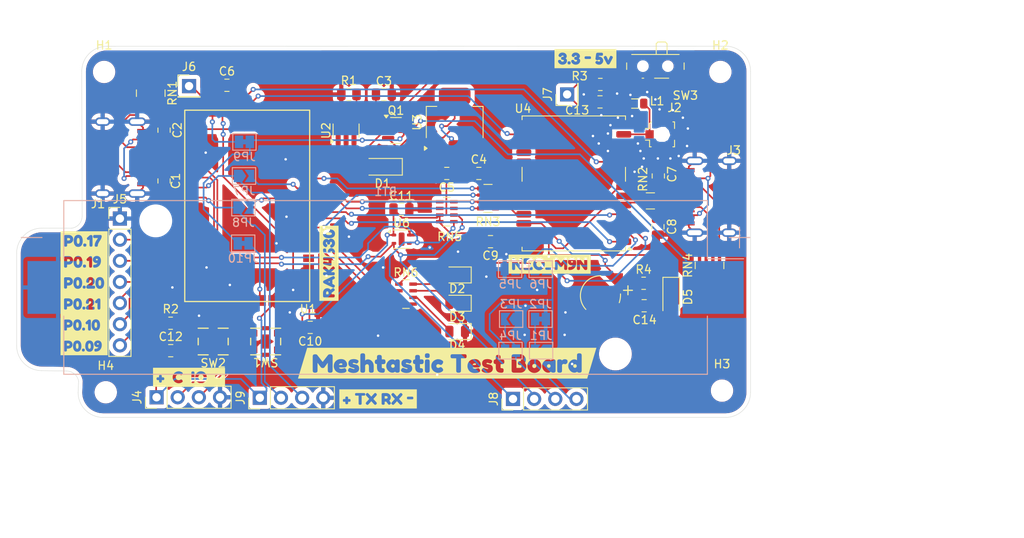
<source format=kicad_pcb>
(kicad_pcb (version 20240108) (generator "pcbnew") (generator_version "8.0")
  (layers (0 "F.Cu" signal) (31 "B.Cu" signal) (34 "B.Paste" user) (35 "F.Paste" user) (36 "B.SilkS" user "B.Silkscreen") (37 "F.SilkS" user "F.Silkscreen") (38 "B.Mask" user) (39 "F.Mask" user) (44 "Edge.Cuts" user))
  (net 0 "")
  (net 1 "VSS")
  (net 2 "Batt")
  (net 3 "/D+")
  (net 4 "/D-")
  (net 5 "+5V")
  (net 6 "Net-(D1-K)")
  (net 7 "VCC")
  (net 8 "GPS_D+")
  (net 9 "GPS_D-")
  (net 10 "Net-(D2-A)")
  (net 11 "Net-(D3-A)")
  (net 12 "Net-(D4-A)")
  (net 14 "Net-(J1-CC2)")
  (net 15 "Net-(J1-CC1)")
  (net 17 "Net-(J2-In)")
  (net 20 "Net-(J3-CC1)")
  (net 21 "Net-(J3-CC2)")
  (net 22 "SWDCLK")
  (net 23 "SWDIO")
  (net 24 "P0.20")
  (net 25 "P0.21")
  (net 26 "P0.09")
  (net 27 "P0.19")
  (net 28 "P0.17")
  (net 29 "P0.10")
  (net 30 "Net-(J6-Pin_1)")
  (net 31 "Net-(J7-Pin_1)")
  (net 32 "Net-(J8-Pin_3)")
  (net 33 "SCL")
  (net 34 "Net-(J8-Pin_4)")
  (net 35 "SDA")
  (net 36 "TX")
  (net 37 "RX")
  (net 38 "Data_Sel")
  (net 39 "/TX{slash}MISO")
  (net 40 "/RX{slash}MOSI")
  (net 41 "Net-(U2-PROG)")
  (net 44 "Net-(RN2-R2.1)")
  (net 45 "Net-(RN2-R1.1)")
  (net 46 "Net-(RN3-R2.1)")
  (net 47 "/SCL{slash}CLK")
  (net 48 "Net-(RN3-R3.1)")
  (net 49 "Net-(RN3-R4.1)")
  (net 50 "/SDA{slash}CS")
  (net 51 "Net-(RN3-R1.1)")
  (net 58 "Timepulse")
  (net 59 "LED2")
  (net 61 "LED1")
  (net 63 "Net-(SW1-A)")
  (net 64 "Net-(SW2-A)")
  (net 65 "LND_EN")
  (net 66 "SAFEBOOT")
  (net 67 "EXTINT")
  (net 68 "RESET")
  (net 74 "Charge_Status")
  (net 83 "Net-(SW2-B)")
  (net 84 "Net-(C13-Pad1)")
  (net 85 "Net-(JP10-B)")
  (net 86 "Net-(SW3-B)")
  (net 87 "Net-(BT2-+)")
  (net 88 "Net-(D5-K)")
  (footprint "Package_TO_SOT_SMD:SOT-223-3_TabPin2" (layer "F.Cu") (at 157.6 125.15 90)
    (property "Reference" "U3")
    (property "Value" "TLV1117-33")
  )
  (footprint "Resistor_SMD:R_Array_Convex_4x0603" (layer "F.Cu") (at 161.6 134.3 180)
    (property "Reference" "RN3")
    (property "Value" "33")
  )
  (footprint "UL_USB:USB_C_Receptical-Jing" (layer "F.Cu") (at 186.4125 134.1 90)
    (property "Reference" "J3")
    (property "Value" "USB_C_Receptacle")
  )
  (footprint "Resistor_SMD:R_Array_Concave_4x0603" (layer "F.Cu") (at 121.1 121.65 -90)
    (property "Reference" "RN1")
    (property "Value" "5.1k")
  )
  (footprint "Button_Switch_SMD:SW_SPDT_PCM12" (layer "F.Cu") (at 181.7 118.73 180)
    (property "Reference" "SW3")
    (property "Value" "SW_SPDT")
  )
  (footprint "UL_Buttons:TS3315A" (layer "F.Cu") (at 128.6 151.5)
    (property "Reference" "SW2")
    (property "Value" "SW_SPST")
  )
  (footprint "Capacitor_SMD:C_0805_2012Metric" (layer "F.Cu") (at 140.25 149.8 180)
    (property "Reference" "C10")
    (property "Value" "100nF")
  )
  (footprint "kibuzzard-665A1BDF" (layer "F.Cu") (at 156.7 154.1)
    (property "Reference" "kibuzzard-665A1BDF" (hide yes))
    (property "Value" "G***" (hide yes))
  )
  (footprint "UL_USB:USB_C_Receptical-Jing" (layer "F.Cu") (at 119.4725 129.395 -90)
    (property "Reference" "J1")
    (property "Value" "USB_C_Receptacle")
  )
  (footprint "MountingHole:MountingHole_2.2mm_M2" (layer "F.Cu") (at 115.7 157.6)
    (property "Reference" "H4")
    (property "Value" "MountingHole")
  )
  (footprint "Resistor_SMD:R_0805_2012Metric" (layer "F.Cu") (at 175.0875 120.6 180)
    (property "Reference" "R3")
    (property "Value" "10")
  )
  (footprint "Resistor_SMD:R_0805_2012Metric" (layer "F.Cu") (at 123.4875 149.3 180)
    (property "Reference" "R2")
    (property "Value" "10k")
  )
  (footprint "LED_SMD:LED_0805_2012Metric" (layer "F.Cu") (at 157.9 150.3 180)
    (property "Reference" "D4")
    (property "Value" "LED_Small")
  )
  (footprint "Resistor_SMD:R_Array_Concave_4x0603" (layer "F.Cu") (at 188.2 142.35 90)
    (property "Reference" "RN4")
    (property "Value" "5.1k")
  )
  (footprint "Connector_PinHeader_2.54mm:PinHeader_1x07_P2.54mm_Vertical" (layer "F.Cu") (at 117.4 136.72)
    (property "Reference" "J5")
    (property "Value" "Conn_01x07")
  )
  (footprint "Capacitor_SMD:C_0805_2012Metric" (layer "F.Cu") (at 149.095 121.8 180)
    (property "Reference" "C3")
    (property "Value" "22uF")
  )
  (footprint "kibuzzard-665A1D5A" (layer "F.Cu") (at 142.5 142.1 90)
    (property "Reference" "kibuzzard-665A1D5A" (hide yes))
    (property "Value" "G***" (hide yes))
  )
  (footprint "Sensor_Humidity:Sensirion_DFN-4-1EP_2x2mm_P1mm_EP0.7x1.6mm" (layer "F.Cu") (at 151.225 139.2)
    (property "Reference" "U6")
    (property "Value" "SHTC3")
  )
  (footprint "Capacitor_SMD:C_0805_2012Metric" (layer "F.Cu") (at 175.05 122.7 180)
    (property "Reference" "C13")
    (property "Value" "100nF")
  )
  (footprint "Resistor_SMD:R_0805_2012Metric" (layer "F.Cu") (at 180.2875 144.5)
    (property "Reference" "R4")
    (property "Value" "1k")
  )
  (footprint "Inductor_SMD:L_0805_2012Metric" (layer "F.Cu") (at 179.2375 122.9 180)
    (property "Reference" "L1")
    (property "Value" "27nH")
  )
  (footprint "Resistor_SMD:R_Array_Concave_4x0603" (layer "F.Cu") (at 151.75 145.8)
    (property "Reference" "RN6")
    (property "Value" "5.1k")
  )
  (footprint "UE-Battery:SEIKO_ML414H_IV01E" (layer "F.Cu") (at 175.1 146)
    (property "Reference" "BT2" (hide yes))
    (property "Value" "Battery_Cell")
  )
  (footprint "Capacitor_SMD:C_0805_2012Metric" (layer "F.Cu") (at 182.05 131.6 90)
    (property "Reference" "C7")
    (property "Value" "TBD")
  )
  (footprint "Connector_PinHeader_2.54mm:PinHeader_1x01_P2.54mm_Vertical" (layer "F.Cu") (at 125.7 120.8)
    (property "Reference" "J6")
    (property "Value" "Bodge")
  )
  (footprint "Resistor_SMD:R_Array_Convex_2x0603" (layer "F.Cu") (at 181.1 134.6)
    (property "Reference" "RN2")
    (property "Value" "27")
  )
  (footprint "MountingHole:MountingHole_2.2mm_M2" (layer "F.Cu") (at 115.5 119.1)
    (property "Reference" "H1")
    (property "Value" "MountingHole")
  )
  (footprint "Connector_Coaxial:U.FL_Molex_MCRF_73412-0110_Vertical" (layer "F.Cu") (at 182.5 126.6 -90)
    (property "Reference" "J2")
    (property "Value" "U.FL")
  )
  (footprint "kibuzzard-665A1CD2" (layer "F.Cu") (at 173.3 117.5)
    (property "Reference" "kibuzzard-665A1CD2" (hide yes))
    (property "Value" "G***" (hide yes))
  )
  (footprint "UL_Buttons:TS3315A" (layer "F.Cu") (at 134.9 151.5 180)
    (property "Reference" "SW1")
    (property "Value" "SW_SPST")
  )
  (footprint "Diode_SMD:D_SOD-123" (layer "F.Cu") (at 148.95 130.5 180)
    (property "Reference" "D1")
    (property "Value" "D_Schottky")
  )
  (footprint "Connector_PinHeader_2.54mm:PinHeader_1x01_P2.54mm_Vertical" (layer "F.Cu") (at 171.1 121.8 90)
    (property "Reference" "J7")
    (property "Value" "Conn_01x01")
  )
  (footprint "Capacitor_SMD:C_0805_2012Metric" (layer "F.Cu") (at 122.7 126.1 90)
    (property "Reference" "C2")
    (property "Value" "TBD")
  )
  (footprint "kibuzzard-665A1D6B" (layer "F.Cu") (at 169 142.2)
    (property "Reference" "kibuzzard-665A1D6B" (hide yes))
    (property "Value" "G***" (hide yes))
  )
  (footprint "Resistor_SMD:R_Array_Concave_4x0603" (layer "F.Cu") (at 156.65 135.9)
    (property "Reference" "RN5")
    (property "Value" "5.1k")
  )
  (footprint "Connector_PinHeader_2.54mm:PinHeader_1x04_P2.54mm_Vertical" (layer "F.Cu") (at 134.2 158.26 90)
    (property "Reference" "J9")
    (property "Value" "Conn_01x04")
  )
  (footprint "Package_TO_SOT_SMD:SOT-23" (layer "F.Cu") (at 150.545 126.1375)
    (property "Reference" "Q1")
    (property "Value" "AO3401A")
  )
  (footprint "Capacitor_SMD:C_0805_2012Metric" (layer "F.Cu") (at 160.5 131.3)
    (property "Reference" "C4")
    (property "Value" "10uF")
  )
  (footprint "Capacitor_SMD:C_0805_2012Metric" (layer "F.Cu") (at 180.35 147.2)
    (property "Reference" "C14")
    (property "Value" "100nF")
  )
  (footprint "Connector_PinHeader_2.54mm:PinHeader_1x04_P2.54mm_Vertical" (layer "F.Cu") (at 121.8 158.2 90)
    (property "Reference" "J4")
    (property "Value" "Conn_01x04")
  )
  (footprint "Capacitor_SMD:C_0805_2012Metric" (layer "F.Cu") (at 156.65 131.3 180)
    (property "Reference" "C5")
    (property "Value" "10uF")
  )
  (footprint "LED_SMD:LED_0805_2012Metric" (layer "F.Cu") (at 157.9 146.9 180)
    (property "Reference" "D3")
    (property "Value" "LED_Small")
  )
  (footprint "Capacitor_SMD:C_0805_2012Metric" (layer "F.Cu") (at 122.7 132.2 -90)
    (property "Reference" "C1")
    (property "Value" "TBD")
  )
  (footprint "UL_Module:RAK4630" (layer "F.Cu") (at 125.185 146.695 90)
    (property "Reference" "U1")
    (property "Value" "RAK4630")
  )
  (footprint "kibuzzard-665A1CA2" (layer "F.Cu") (at 148.4 158.4)
    (property "Reference" "kibuzzard-665A1CA2" (hide yes))
    (property "Value" "G***" (hide yes))
  )
  (footprint "RF_GPS:ublox_NEO" (layer "F.Cu") (at 171.9 132.5 180)
    (property "Reference" "U4")
    (property "Value" "NEO-M9N")
  )
  (footprint "kibuzzard-665A1C19" (layer "F.Cu") (at 113.1 145.7)
    (property "Reference" "kibuzzard-665A1C19" (hide yes))
    (property "Value" "G***" (hide yes))
  )
  (footprint "LED_SMD:LED_0805_2012Metric" (layer "F.Cu") (at 157.9 143.5 180)
    (property "Reference" "D2")
    (property "Value" "LED_Small")
  )
  (footprint "Connector_PinHeader_2.54mm:PinHeader_1x04_P2.54mm_Vertical" (layer "F.Cu") (at 164.6 158.4 90)
    (property "Reference" "J8")
    (property "Value" "OledDisplay")
  )
  (footprint "Capacitor_SMD:C_0805_2012Metric" (layer "F.Cu") (at 151.2 135.6 180)
    (property "Reference" "C11")
    (property "Value" "100nF")
  )
  (footprint "Capacitor_SMD:C_0805_2012Metric" (layer "F.Cu") (at 130.25 120.7)
    (property "Reference" "C6")
    (property "Value" "100nF")
  )
  (footprint "MountingHole:MountingHole_2.2mm_M2" (layer "F.Cu") (at 189.7 157.4)
    (property "Reference" "H3")
    (property "Value" "MountingHole")
  )
  (footprint "MountingHole:MountingHole_2.2mm_M2" (layer "F.Cu") (at 189.5 119.1)
    (property "Reference" "H2")
    (property "Value" "MountingHole")
  )
  (footprint "Capacitor_SMD:C_0805_2012Metric" (layer "F.Cu") (at 182 137.7 -90)
    (property "Reference" "C8")
    (property "Value" "TBD")
  )
  (footprint "Package_TO_SOT_SMD:TSOT-23-5" (layer "F.Cu") (at 144.5575 126.15 90)
    (property "Reference" "U2")
    (property "Value" "LTC4054ES5")
  )
  (footprint "Resistor_SMD:R_0805_2012Metric" (layer "F.Cu") (at 144.895 121.8)
    (property "Reference" "R1")
    (property "Value" "R_Small")
  )
  (footprint "Capacitor_SMD:C_0805_2012Metric" (layer "F.Cu") (at 161.9 139.5 180)
    (property "Reference" "C9")
    (property "Value" "100nF")
  )
  (footprint "kibuzzard-665A1C85" (layer "F.Cu") (at 125.7 155.8)
    (property "Reference" "kibuzzard-665A1C85" (hide yes))
    (property "Value" "G***" (hide yes))
  )
  (footprint "Capacitor_SMD:C_0805_2012Metric" (layer "F.Cu") (at 123.5 152.6)
    (property "Reference" "C12")
    (property "Value" "100nF")
  )
  (footprint "Diode_SMD:D_SOD-123" (layer "F.Cu") (at 183.6 146.145 -90)
    (property "Reference" "D5")
    (property "Value" "D_Schottky")
  )
  (footprint "Jumper:SolderJumper-2_P1.3mm_Bridged_Pad1.0x1.5mm" (layer "B.Cu") (at 164.3 152.6 180)
    (property "Reference" "JP4")
    (property "Value" "Jumper_2_Bridged")
  )
  (footprint "Jumper:SolderJumper-2_P1.3mm_Open_TrianglePad1.0x1.5mm" (layer "B.Cu") (at 132.3 131.6)
    (property "Reference" "JP7")
    (property "Value" "Jumper_2_Open")
  )
  (footprint "Jumper:SolderJumper-2_P1.3mm_Bridged_Pad1.0x1.5mm" (layer "B.Cu") (at 167.9 148.8 180)
    (property "Reference" "JP2")
    (property "Value" "JClosed")
  )
  (footprint "Jumper:SolderJumper-2_P1.3mm_Open_TrianglePad1.0x1.5mm" (layer "B.Cu") (at 164.375 148.8 180)
    (property "Reference" "JP3")
    (property "Value" "Jumper_2_Open")
  )
  (footprint "Jumper:SolderJumper-2_P1.3mm_Bridged_Pad1.0x1.5mm" (layer "B.Cu") (at 132.2 139.7)
    (property "Reference" "JP10")
    (property "Value" "Jumper_2_Bridged")
  )
  (footprint "Jumper:SolderJumper-2_P1.3mm_Open_TrianglePad1.0x1.5mm" (layer "B.Cu") (at 167.925 142.8)
    (property "Reference" "JP6")
    (property "Value" "Jumper_2_Open")
  )
  (footprint "Jumper:SolderJumper-2_P1.3mm_Open_TrianglePad1.0x1.5mm" (layer "B.Cu") (at 167.975 152.6 180)
    (property "Reference" "JP1")
    (property "Value" "JOpen")
  )
  (footprint "Jumper:SolderJumper-2_P1.3mm_Bridged_Pad1.0x1.5mm" (layer "B.Cu") (at 164.25 142.8)
    (property "Reference" "JP5")
    (property "Value" "Jumper_2_Bridged")
  )
  (footprint "Jumper:SolderJumper-2_P1.3mm_Bridged_Pad1.0x1.5mm" (layer "B.Cu") (at 132.35 127.5)
    (property "Reference" "JP9")
    (property "Value" "Jumper_2_Bridged")
  )
  (footprint "Battery:BatteryHolder_Keystone_1042_1x18650" (layer "B.Cu") (at 149.3 145 180)
    (property "Reference" "BT1")
    (property "Value" "Battery_Cell")
  )
  (footprint "Jumper:SolderJumper-2_P1.3mm_Open_TrianglePad1.0x1.5mm" (layer "B.Cu") (at 132.225 135.4)
    (property "Reference" "JP8")
    (property "Value" "Jumper_2_Open")
  )
  (gr_line (start 108 137.87868) (end 111.597914 137.882084) (stroke (width 0.05)) (layer "Edge.Cuts"))
  (gr_arc (start 112.82132 119.02132) (mid 113.7 116.9) (end 115.82132 116.02132) (stroke (width 0.05)) (layer "Edge.Cuts"))
  (gr_line (start 112.860314 136.442744) (end 112.82132 119.02132) (stroke (width 0.05)) (layer "Edge.Cuts"))
  (gr_line (start 190.12132 160.62132) (end 115.37868 160.62132) (stroke (width 0.05)) (layer "Edge.Cuts"))
  (gr_arc (start 105 140.87868) (mid 105.87868 138.75736) (end 108 137.87868) (stroke (width 0.05)) (layer "Edge.Cuts"))
  (gr_line (start 112.37868 157.62132) (end 112.43934 156.31066) (stroke (width 0.05)) (layer "Edge.Cuts"))
  (gr_line (start 111 155.04826) (end 108 155) (stroke (width 0.05)) (layer "Edge.Cuts"))
  (gr_arc (start 193.12132 157.62132) (mid 192.24264 159.74264) (end 190.12132 160.62132) (stroke (width 0.05)) (layer "Edge.Cuts"))
  (gr_arc (start 190.12132 116) (mid 192.24264 116.87868) (end 193.12132 119) (stroke (width 0.05)) (layer "Edge.Cuts"))
  (gr_line (start 105 152) (end 105 140.87868) (stroke (width 0.05)) (layer "Edge.Cuts"))
  (gr_arc (start 115.37868 160.62132) (mid 113.25736 159.74264) (end 112.37868 157.62132) (stroke (width 0.05)) (layer "Edge.Cuts"))
  (gr_line (start 193.12132 119) (end 193.12132 157.62132) (stroke (width 0.05)) (layer "Edge.Cuts"))
  (gr_line (start 115.82132 116.02132) (end 190.12132 116) (stroke (width 0.05)) (layer "Edge.Cuts"))
  (gr_arc (start 112.860314 136.442744) (mid 112.5 137.4) (end 111.597914 137.882084) (stroke (width 0.05)) (layer "Edge.Cuts"))
  (gr_arc (start 108 155) (mid 105.87868 154.12132) (end 105 152) (stroke (width 0.05)) (layer "Edge.Cuts"))
  (gr_arc (start 111 155.04826) (mid 111.957256 155.408574) (end 112.43934 156.31066) (stroke (width 0.05)) (layer "Edge.Cuts"))
  (segment (start 182.5 123.9) (end 182.2 123.6) (width 0.2) (layer "F.Cu") (net 1))
  (segment (start 120.1725 132.72) (end 120.1725 133.015) (width 0.2) (layer "F.Cu") (net 1))
  (segment (start 174.1 122.7) (end 174 122.7) (width 0.2) (layer "F.Cu") (net 1))
  (segment (start 137.8 148) (end 136.875 147.075) (width 0.2) (layer "F.Cu") (net 1))
  (segment (start 182.5 128.075) (end 182.5 129) (width 0.2) (layer "F.Cu") (net 1))
  (segment (start 136.875 146.565) (end 136.875 146.065) (width 0.2) (layer "F.Cu") (net 1))
  (segment (start 174 122.7) (end 173.1 121.8) (width 0.2) (layer "F.Cu") (net 1))
  (segment (start 185.7125 137.72) (end 186.4125 138.42) (width 0.2) (layer "F.Cu") (net 1))
  (segment (start 125.435 146.565) (end 127.275 146.565) (width 0.2) (layer "F.Cu") (net 1))
  (segment (start 120.1725 133.015) (end 119.4725 133.715) (width 0.2) (layer "F.Cu") (net 1))
  (segment (start 136.875 147.075) (end 136.875 146.565) (width 0.2) (layer "F.Cu") (net 1))
  (segment (start 120.1725 125.775) (end 119.4725 125.075) (width 0.2) (layer "F.Cu") (net 1))
  (segment (start 185.7125 137.175) (end 185.7125 137.425) (width 0.2) (layer "F.Cu") (net 1))
  (segment (start 184 126.6) (end 184.9 126.6) (width 0.2) (layer "F.Cu") (net 1))
  (segment (start 122.55 152.6) (end 123.5875 151.5625) (width 0.2) (layer "F.Cu") (net 1))
  (segment (start 185.7125 131.025) (end 185.7125 130.48) (width 0.2) (layer "F.Cu") (net 1))
  (segment (start 136.875 146.065) (end 137.64 145.3) (width 0.2) (layer "F.Cu") (net 1))
  (segment (start 137.64 145.3) (end 138.2 145.3) (width 0.2) (layer "F.Cu") (net 1))
  (segment (start 123.5875 148.4125) (end 125.435 146.565) (width 0.2) (layer "F.Cu") (net 1))
  (segment (start 174.1 123.2) (end 174.1 122.7) (width 0.2) (layer "F.Cu") (net 1))
  (segment (start 120.1725 126.07) (end 120.1725 125.775) (width 0.2) (layer "F.Cu") (net 1))
  (segment (start 182.5 129) (end 182 129.5) (width 0.2) (layer "F.Cu") (net 1))
  (segment (start 123.5875 151.5625) (end 123.5875 148.4125) (width 0.2) (layer "F.Cu") (net 1))
  (segment (start 175.2 124.3) (end 174.1 123.2) (width 0.2) (layer "F.Cu") (net 1))
  (segment (start 129.42 158.2) (end 129.42 156.23) (width 0.2) (layer "F.Cu") (net 1))
  (segment (start 120.1725 132.47) (end 120.1725 132.72) (width 0.2) (layer "F.Cu") (net 1))
  (segment (start 185.7125 137.175) (end 185.7125 137.72) (width 0.2) (layer "F.Cu") (net 1))
  (segment (start 129.42 156.23) (end 133.15 152.5) (width 0.2) (layer "F.Cu") (net 1))
  (segment (start 120.1725 126.32) (end 120.1725 126.07) (width 0.2) (layer "F.Cu") (net 1))
  (segment (start 182.5 125.125) (end 182.5 123.9) (width 0.2) (layer "F.Cu") (net 1))
  (segment (start 185.7125 130.48) (end 186.4125 129.78) (width 0.2) (layer "F.Cu") (net 1))
  (segment (start 184.9 126.6) (end 185.6 125.9) (width 0.2) (layer "F.Cu") (net 1))
  (via (at 173.1 121.8) (size 0.6) (drill 0.3) (layers "F.Cu" "B.Cu") (net 1))
  (via (at 142.2 143.6) (size 0.6) (drill 0.3) (layers "F.Cu" "B.Cu") (net 1))
  (via (at 177.2 124.6) (size 0.6) (drill 0.3) (layers "F.Cu" "B.Cu") (net 1))
  (via (at 127.7 128.8) (size 0.6) (drill 0.3) (layers "F.Cu" "B.Cu") (net 1))
  (via (at 149 142.6) (size 0.6) (drill 0.3) (layers "F.Cu" "B.Cu") (net 1))
  (via (at 184.5 129.2) (size 0.6) (drill 0.3) (layers "F.Cu" "B.Cu") (net 1))
  (via (at 158 140.7) (size 0.6) (drill 0.3) (layers "F.Cu" "B.Cu") (net 1))
  (via (at 154.6 140.2) (size 0.6) (drill 0.3) (layers "F.Cu" "B.Cu") (net 1))
  (via (at 180.1 130.5) (size 0.6) (drill 0.3) (layers "F.Cu" "B.Cu") (net 1))
  (via (at 178.9 124.4) (size 0.6) (drill 0.3) (layers "F.Cu" "B.Cu") (net 1))
  (via (at 176 128.6) (size 0.6) (drill 0.3) (layers "F.Cu" "B.Cu") (net 1))
  (via (at 148.4 150.8) (size 0.6) (drill 0.3) (layers "F.Cu" "B.Cu") (net 1))
  (via (at 127.8 142.6) (size 0.6) (drill 0.3) (layers "F.Cu" "B.Cu") (net 1))
  (via (at 182 129.5) (size 0.6) (drill 0.3) (layers "F.Cu" "B.Cu") (net 1))
  (via (at 136.2 139.7) (size 0.6) (drill 0.3) (layers "F.Cu" "B.Cu") (net 1))
  (via (at 180.3 129.5) (size 0.6) (drill 0.3) (layers "F.Cu" "B.Cu") (net 1))
  (via (at 161.4 143.7) (size 0.6) (drill 0.3) (layers "F.Cu" "B.Cu") (net 1))
  (via (at 138.2 145.3) (size 0.6) (drill 0.3) (layers "F.Cu" "B.Cu") (net 1))
  (via (at 185.5 128) (size 0.6) (drill 0.3) (layers "F.Cu" "B.Cu") (net 1))
  (via (at 137.4 136.5) (size 0.6) (drill 0.3) (layers "F.Cu" "B.Cu") (net 1))
  (via (at 179.9 128.6) (size 0.6) (drill 0.3) (layers "F.Cu" "B.Cu") (net 1))
  (via (at 175.2 124.3) (size 0.6) (drill 0.3) (layers "F.Cu" "B.Cu") (net 1))
  (via (at 166 150.7) (size 0.6) (drill 0.3) (layers "F.Cu" "B.Cu") (net 1))
  (via (at 144.9 138.9) (size 0.6) (drill 0.3) (layers "F.Cu" "B.Cu") (net 1))
  (via (at 170.9 148) (size 0.6) (drill 0.3) (layers "F.Cu" "B.Cu") (net 1))
  (via (at 155.5 155.5) (size 0.6) (drill 0.3) (layers "F.Cu" "B.Cu") (net 1))
  (via (at 130.6 144.7) (size 0.6) (drill 0.3) (layers "F.Cu" "B.Cu") (net 1))
  (via (at 137.8 148) (size 0.6) (drill 0.3) (layers "F.Cu" "B.Cu") (net 1))
  (via (at 171.7 154.2) (size 0.6) (drill 0.3) (layers "F.Cu" "B.Cu") (net 1))
  (via (at 167.5 145.3) (size 0.6) (drill 0.3) (layers "F.Cu" "B.Cu") (net 1))
  (via (at 179.2 131.1) (size 0.6) (drill 0.3) (layers "F.Cu" "B.Cu") (net 1))
  (via (at 181.7 122.4) (size 0.6) (drill 0.3) (layers "F.Cu" "B.Cu") (net 1))
  (via (at 185 124.6) (size 0.6) (drill 0.3) (layers "F.Cu" "B.Cu") (net 1))
  (via (at 176 126.5) (size 0.6) (drill 0.3) (layers "F.Cu" "B.Cu") (net 1))
  (via (at 180.713742 121.515498) (size 0.6) (drill 0.3) (layers "F.Cu" "B.Cu") (net 1))
  (via (at 123.7 145) (size 0.6) (drill 0.3) (layers "F.Cu" "B.Cu") (net 1))
  (via (at 182.2 123.6) (size 0.6) (drill 0.3) (layers "F.Cu" "B.Cu") (net 1))
  (via (at 179.6 127.7) (size 0.6) (drill 0.3) (layers "F.Cu" "B.Cu") (net 1))
  (via (at 183.8 123.7) (size 0.6) (drill 0.3) (layers "F.Cu" "B.Cu") (net 1))
  (via (at 177.1 121.7) (size 0.6) (drill 0.3) (layers "F.Cu" "B.Cu") (net 1))
  (via (at 137.3 129.6) (size 0.6) (drill 0.3) (layers "F.Cu" "B.Cu") (net 1))
  (via (at 163.8 141) (size 0.6) (drill 0.3) (layers "F.Cu" "B.Cu") (net 1))
  (via (at 178.7 121.86) (size 0.6) (drill 0.3) (layers "F.Cu" "B.Cu") (net 1))
  (via (at 166.1 147.2) (size 0.6) (drill 0.3) (layers "F.Cu" "B.Cu") (net 1))
  (via (at 183.5 129.5) (size 0.6) (drill 0.3) (layers "F.Cu" "B.Cu") (net 1))
  (via (at 185.6 125.9) (size 0.6) (drill 0.3) (layers "F.Cu" "B.Cu") (net 1))
  (via (at 126.9 148.4) (size 0.6) (drill 0.3) (layers "F.Cu" "B.Cu") (net 1))
  (via (at 174.2 126.8) (size 0.6) (drill 0.3) (layers "F.Cu" "B.Cu") (net 1))
  (via (at 174.9 127.7) (size 0.6) (drill 0.3) (layers "F.Cu" "B.Cu") (net 1))
  (via (at 176.3 125.5) (size 0.6) (drill 0.3) (layers "F.Cu" "B.Cu") (net 1))
  (via (at 170.8 150.7) (size 0.6) (drill 0.3) (layers "F.Cu" "B.Cu") (net 1))
  (segment (start 151.4825 126.1375) (end 151.4825 126.690877) (width 0.2) (layer "F.Cu") (net 2))
  (segment (start 151.4825 126.690877) (end 151.027439 127.145938) (width 0.2) (layer "F.Cu") (net 2))
  (segment (start 153.5 125) (end 152.3625 126.1375) (width 0.2) (layer "F.Cu") (net 2))
  (segment (start 152.3625 126.1375) (end 151.4825 126.1375) (width 0.2) (layer "F.Cu") (net 2))
  (segment (start 145.52 127.3) (end 145.5075 127.2875) (width 0.2) (layer "F.Cu") (net 2))
  (segment (start 146.5 127.3) (end 145.52 127.3) (width 0.2) (layer "F.Cu") (net 2))
  (via (at 151.027439 127.145938) (size 0.6) (drill 0.3) (layers "F.Cu" "B.Cu") (net 2))
  (via (at 153.5 125) (size 0.6) (drill 0.3) (layers "F.Cu" "B.Cu") (net 2))
  (via (at 146.5 127.3) (size 0.6) (drill 0.3) (layers "F.Cu" "B.Cu") (net 2))
  (segment (start 160 125) (end 153.5 125) (width 0.2) (layer "B.Cu") (net 2))
  (segment (start 146.5 127.3) (end 133.2 127.3) (width 0.2) (layer "B.Cu") (net 2))
  (segment (start 133 129) (end 133 127.5) (width 0.2) (layer "B.Cu") (net 2))
  (segment (start 131.55 139.7) (end 127.45 135.6) (width 0.2) (layer "B.Cu") (net 2))
  (segment (start 146.5 127.3) (end 150.873377 127.3) (width 0.2) (layer "B.Cu") (net 2))
  (segment (start 130.916529 129) (end 133 129) (width 0.2) (layer "B.Cu") (net 2))
  (segment (start 164 129) (end 160 125) (width 0.2) (layer "B.Cu") (net 2))
  (segment (start 127.45 135.6) (end 127.45 132.466529) (width 0.2) (layer "B.Cu") (net 2))
  (segment (start 188.63 145) (end 172.63 129) (width 0.2) (layer "B.Cu") (net 2))
  (segment (start 127.45 132.466529) (end 130.916529 129) (width 0.2) (layer "B.Cu") (net 2))
  (segment (start 172.63 129) (end 164 129) (width 0.2) (layer "B.Cu") (net 2))
  (segment (start 133.2 127.3) (end 133 127.5) (width 0.2) (layer "B.Cu") (net 2))
  (segment (start 150.873377 127.3) (end 151.027439 127.145938) (width 0.2) (layer "B.Cu") (net 2))
  (segment (start 120.1725 130.145) (end 120.975 130.145) (width 0.2) (layer "F.Cu") (net 3))
  (segment (start 120.975 130.145) (end 122 129.12) (width 0.2) (layer "F.Cu") (net 3))
  (segment (start 122.7 129.62) (end 122.2 129.12) (width 0.2) (layer "F.Cu") (net 3))
  (segment (start 122.7 131.25) (end 122.7 129.62) (width 0.2) (layer "F.Cu") (net 3))
  (segment (start 122.2 129.12) (end 122 129.12) (width 0.2) (layer "F.Cu") (net 3))
  (segment (start 125.04 129.12) (end 122.2 129.12) (width 0.2) (layer "F.Cu") (net 3))
  (segment (start 121.247501 129.12) (end 121.222501 129.145) (width 0.2) (layer "F.Cu") (net 3))
  (segment (start 125.315 129.395) (end 125.04 129.12) (width 0.2) (layer "F.Cu") (net 3))
  (segment (start 121.222501 129.145) (end 120.1725 129.145) (width 0.2) (layer "F.Cu") (net 3))
  (segment (start 122 129.12) (end 121.247501 129.12) (width 0.2) (layer "F.Cu") (net 3))
  (segment (start 119.2475 128.645) (end 120.1725 128.645) (width 0.2) (layer "F.Cu") (net 4))
  (segment (start 124.755 128.645) (end 124.293264 128.645) (width 0.2) (layer "F.Cu") (net 4))
  (segment (start 122.7 128.37) (end 122.4 128.67) (width 0.2) (layer "F.Cu") (net 4))
  (segment (start 119 128.8925) (end 119.2475 128.645) (width 0.2) (layer "F.Cu") (net 4))
  (segment (start 125.315 128.195) (end 125.205 128.195) (width 0.2) (layer "F.Cu") (net 4))
  (segment (start 125.205 128.195) (end 124.755 128.645) (width 0.2) (layer "F.Cu") (net 4))
  (segment (start 120.1725 129.645) (end 119.345 129.645) (width 0.2) (layer "F.Cu") (net 4))
  (segment (start 120.1725 128.645) (end 121.222501 128.645) (width 0.2) (layer "F.Cu") (net 4))
  (segment (start 121.247501 128.67) (end 122.4 128.67) (width 0.2) (layer "F.Cu") (net 4))
  (segment (start 122.7 127.05) (end 122.7 128.37) (width 0.2) (layer "F.Cu") (net 4))
  (segment (start 119.345 129.645) (end 119 129.3) (width 0.2) (layer "F.Cu") (net 4))
  (segment (start 124.293264 128.645) (end 124.268264 128.67) (width 0.2) (layer "F.Cu") (net 4))
  (segment (start 119 129.3) (end 119 128.8925) (width 0.2) (layer "F.Cu") (net 4))
  (segment (start 121.222501 128.645) (end 121.247501 128.67) (width 0.2) (layer "F.Cu") (net 4))
  (segment (start 122.4 128.67) (end 124.268264 128.67) (width 0.2) (layer "F.Cu") (net 4))
  (segment (start 149.4325 125.0125) (end 149.6075 125.1875) (width 0.2) (layer "F.Cu") (net 5))
  (segment (start 186.785 136.315) (end 187 136.1) (width 0.2) (layer "F.Cu") (net 5))
  (segment (start 147.3 128.016948) (end 149.6075 125.709448) (width 0.2) (layer "F.Cu") (net 5))
  (segment (start 148.145 123.725) (end 149.6075 125.1875) (width 0.2) (layer "F.Cu") (net 5))
  (segment (start 186.0225 131.885) (end 188.015 131.885) (width 0.2) (layer "F.Cu") (net 5))
  (segment (start 179.784314 117.4) (end 181.068629 117.4) (width 0.2) (layer "F.Cu") (net 5))
  (segment (start 147.3 130.5) (end 147.3 128.016948) (width 0.2) (layer "F.Cu") (net 5))
  (segment (start 188.015 131.885) (end 188.3 131.6) (width 0.2) (layer "F.Cu") (net 5))
  (segment (start 145.5075 125.0125) (end 149.4325 125.0125) (width 0.2) (layer "F.Cu") (net 5))
  (segment (start 118.7 127.5) (end 118.98 127.22) (width 0.2) (layer "F.Cu") (net 5))
  (segment (start 188.3 124.51) (end 183.95 120.16) (width 0.2) (layer "F.Cu") (net 5))
  (segment (start 120.1725 126.87) (end 121.0475 126.87) (width 0.2) (layer "F.Cu") (net 5))
  (segment (start 149.6075 125.709448) (end 149.6075 125.1875) (width 0.2) (layer "F.Cu") (net 5))
  (segment (start 125.315 126.995) (end 126.335 125.975) (width 0.2) (layer "F.Cu") (net 5))
  (segment (start 148.145 121.8) (end 148.145 123.725) (width 0.2) (layer "F.Cu") (net 5))
  (segment (start 188.3 131.6) (end 188.3 124.51) (width 0.2) (layer "F.Cu") (net 5))
  (segment (start 183.828629 120.16) (end 183.95 120.16) (width 0.2) (layer "F.Cu") (net 5))
  (segment (start 181.068629 117.4) (end 183.828629 120.16) (width 0.2) (layer "F.Cu") (net 5))
  (segment (start 121.6675 126.25) (end 124.57 126.25) (width 0.2) (layer "F.Cu") (net 5))
  (segment (start 155.995 118.8) (end 178.384314 118.8) (width 0.2) (layer "F.Cu") (net 5))
  (segment (start 144.545 125.975) (end 145.5075 125.0125) (width 0.2) (layer "F.Cu") (net 5))
  (segment (start 185.7125 136.375) (end 185.7725 136.315) (width 0.2) (layer "F.Cu") (net 5))
  (segment (start 126.335 125.975) (end 144.545 125.975) (width 0.2) (layer "F.Cu") (net 5))
  (segment (start 118.19 131.61) (end 117.9 131.9) (width 0.2) (layer "F.Cu") (net 5))
  (segment (start 120.0725 127.22) (end 120.1725 127.12) (width 0.2) (layer "F.Cu") (net 5))
  (segment (start 118.98 127.22) (end 120.0725 127.22) (width 0.2) (layer "F.Cu") (net 5))
  (segment (start 185.7725 136.315) (end 186.785 136.315) (width 0.2) (layer "F.Cu") (net 5))
  (segment (start 185.7125 131.575) (end 186.0225 131.885) (width 0.2) (layer "F.Cu") (net 5))
  (segment (start 120.1725 127.12) (end 120.1725 126.87) (width 0.2) (layer "F.Cu") (net 5))
  (segment (start 149.6075 125.1875) (end 155.995 118.8) (width 0.2) (layer "F.Cu") (net 5))
  (segment (start 119.8625 131.61) (end 118.19 131.61) (width 0.2) (layer "F.Cu") (net 5))
  (segment (start 124.57 126.25) (end 125.315 126.995) (width 0.2) (layer "F.Cu") (net 5))
  (segment (start 178.384314 118.8) (end 179.784314 117.4) (width 0.2) (layer "F.Cu") (net 5))
  (segment (start 121.0475 126.87) (end 121.6675 126.25) (width 0.2) (layer "F.Cu") (net 5))
  (segment (start 120.1725 131.92) (end 119.8625 131.61) (width 0.2) (layer "F.Cu") (net 5))
  (via (at 187 136.1) (size 0.6) (drill 0.3) (layers "F.Cu" "B.Cu") (net 5))
  (via (at 118.7 127.5) (size 0.6) (drill 0.3) (layers "F.Cu" "B.Cu") (net 5))
  (via (at 188.015 131.885) (size 0.6) (drill 0.3) (layers "F.Cu" "B.Cu") (net 5))
  (via (at 117.9 131.9) (size 0.6) (drill 0.3) (layers "F.Cu" "B.Cu") (net 5))
  (segment (start 187 136.1) (end 188.015 135.085) (width 0.2) (layer "B.Cu") (net 5))
  (segment (start 188.015 135.085) (end 188.015 131.885) (width 0.2) (layer "B.Cu") (net 5))
  (segment (start 117.9 128.3) (end 118.7 127.5) (width 0.2) (layer "B.Cu") (net 5))
  (segment (start 117.9 131.9) (end 117.9 128.3) (width 0.2) (layer "B.Cu") (net 5))
  (segment (start 151.012616 128.08) (end 150.6 128.08) (width 0.2) (layer "F.Cu") (net 6))
  (segment (start 159.55 128.65) (end 159.9 128.3) (width 0.2) (layer "F.Cu") (net 6))
  (segment (start 159.9 128.3) (end 157.65 126.05) (width 0.2) (layer "F.Cu") (net 6))
  (segment (start 159.55 131.3) (end 159.55 128.65) (width 0.2) (layer "F.Cu") (net 6))
  (segment (start 156.219239 127) (end 152.092616 127) (width 0.2) (layer "F.Cu") (net 6))
  (segment (start 150.6 130.5) (end 150.6 128.08) (width 0.2) (layer "F.Cu") (net 6))
  (segment (start 152.092616 127) (end 151.012616 128.08) (width 0.2) (layer "F.Cu") (net 6))
  (segment (start 150.6 130.5) (end 150.85 130.25) (width 0.2) (layer "F.Cu") (net 6))
  (segment (start 157.65 126.05) (end 157.169239 126.05) (width 0.2) (layer "F.Cu") (net 6))
  (segment (start 150.6 128.08) (end 149.6075 127.0875) (width 0.2) (layer "F.Cu") (net 6))
  (segment (start 157.169239 126.05) (end 156.219239 127) (width 0.2) (layer "F.Cu") (net 6))
  (segment (start 138.2 143.54) (end 135.675 146.065) (width 0.2) (layer "F.Cu") (net 7))
  (segment (start 121.75 158.15) (end 121.75 150.125) (width 0.2) (layer "F.Cu") (net 7))
  (segment (start 175.6 134.619239) (end 177.319239 132.9) (width 0.2) (layer "F.Cu") (net 7))
  (segment (start 183.6 147.795) (end 184.5 146.895) (width 0.2) (layer "F.Cu") (net 7))
  (segment (start 157.6 127.50874) (end 157.214115 127.122855) (width 0.2) (layer "F.Cu") (net 7))
  (segment (start 169.099998 141.1) (end 168.9 141.299998) (width 0.2) (layer "F.Cu") (net 7))
  (segment (start 168.9 139.443676) (end 168.9 141.299998) (width 0.2) (layer "F.Cu") (net 7))
  (segment (start 155.475 136.625) (end 155.8 136.3) (width 0.2) (layer "F.Cu") (net 7))
  (segment (start 129.715 123.825) (end 129.715 125.215) (width 0.2) (layer "F.Cu") (net 7))
  (segment (start 175.6 135.319239) (end 175.6 134.619239) (width 0.2) (layer "F.Cu") (net 7))
  (segment (start 184.5 146.895) (end 184.5 144) (width 0.2) (layer "F.Cu") (net 7))
  (segment (start 129.3 123.41) (end 129.715 123.825) (width 0.2) (layer "F.Cu") (net 7))
  (segment (start 138.41 149.8) (end 135.675 147.065) (width 0.2) (layer "F.Cu") (net 7))
  (segment (start 162.85 139.5) (end 163.95 138.4) (width 0.2) (layer "F.Cu") (net 7))
  (segment (start 168.3 138.843676) (end 168.9 139.443676) (width 0.2) (layer "F.Cu") (net 7))
  (segment (start 157.744239 138.475) (end 161.825 138.475) (width 0.2) (layer "F.Cu") (net 7))
  (segment (start 121.8 158.2) (end 121.75 158.15) (width 0.2) (layer "F.Cu") (net 7))
  (segment (start 157.669239 138.55) (end 157.744239 138.475) (width 0.2) (layer "F.Cu") (net 7))
  (segment (start 157.6 122) (end 157.6 124.7) (width 0.2) (layer "F.Cu") (net 7))
  (segment (start 129.715 125.215) (end 129.8 125.3) (width 0.2) (layer "F.Cu") (net 7))
  (segment (start 156.6 136.3) (end 156.6 132.3) (width 0.2) (layer "F.Cu") (net 7))
  (segment (start 166.3 138.8) (end 166.812648 138.8) (width 0.2) (layer "F.Cu") (net 7))
  (segment (start 157.6 128.3) (end 157.6 127.50874) (width 0.2) (layer "F.Cu") (net 7))
  (segment (start 150.25 138.65) (end 150.3 138.7) (width 0.2) (layer "F.Cu") (net 7))
  (segment (start 151.275 136.625) (end 155.475 136.625) (width 0.2) (layer "F.Cu") (net 7))
  (segment (start 165.9 138.4) (end 166.3 138.8) (width 0.2) (layer "F.Cu") (net 7))
  (segment (start 181.6 141.1) (end 169.099998 141.1) (width 0.2) (layer "F.Cu") (net 7))
  (segment (start 168.9 140.9) (end 168.9 141.299998) (width 0.2) (layer "F.Cu") (net 7))
  (segment (start 170.619239 140.3) (end 175.6 135.319239) (width 0.2) (layer "F.Cu") (net 7))
  (segment (start 135.675 147.065) (end 135.675 146.565) (width 0.2) (layer "F.Cu") (net 7))
  (segment (start 135.675 146.065) (end 135.675 146.565) (width 0.2) (layer "F.Cu") (net 7))
  (segment (start 156.685806 125.614194) (end 156.033434 125.614194) (width 0.2) (layer "F.Cu") (net 7))
  (segment (start 177.319239 132.9) (end 177.9 132.9) (width 0.2) (layer "F.Cu") (net 7))
  (segment (start 129.3 120.7) (end 129.3 123.41) (width 0.2) (layer "F.Cu") (net 7))
  (segment (start 156.6 132.3) (end 157.6 131.3) (width 0.2) (layer "F.Cu") (net 7))
  (segment (start 135.675 147.175) (end 134.15 148.7) (width 0.2) (layer "F.Cu") (net 7))
  (segment (start 155.8 136.3) (end 156.6 136.3) (width 0.2) (layer "F.Cu") (net 7))
  (segment (start 166.856324 138.843676) (end 168.3 138.843676) (width 0.2) (layer "F.Cu") (net 7))
  (segment (start 169.756324 140.3) (end 170.619239 140.3) (width 0.2) (layer "F.Cu") (net 7))
  (segment (start 139.3 149.8) (end 139.3 148.2) (width 0.2) (layer "F.Cu") (net 7))
  (segment (start 139.3 149.8) (end 138.41 149.8) (width 0.2) (layer "F.Cu") (net 7))
  (segment (start 138.2 140.080761) (end 138.2 143.54) (width 0.2) (layer "F.Cu") (net 7))
  (segment (start 168.3 138.843676) (end 169.756324 140.3) (width 0.2) (layer "F.Cu") (net 7))
  (segment (start 121.75 150.125) (end 122.575 149.3) (width 0.2) (layer "F.Cu") (net 7))
  (segment (start 149.5 138.7) (end 150.3 138.7) (width 0.2) (layer "F.Cu") (net 7))
  (segment (start 155.8 137.1) (end 155.8 136.3) (width 0.2) (layer "F.Cu") (net 7))
  (segment (start 150.25 135.6) (end 151.275 136.625) (width 0.2) (layer "F.Cu") (net 7))
  (segment (start 163.95 138.4) (end 165.9 138.4) (width 0.2) (layer "F.Cu") (net 7))
  (segment (start 161.825 138.475) (end 162.85 139.5) (width 0.2) (layer "F.Cu") (net 7))
  (segment (start 155.8 137.219239) (end 157.130761 138.55) (width 0.2) (layer "F.Cu") (net 7))
  (segment (start 150.25 135.6) (end 150.25 138.65) (width 0.2) (layer "F.Cu") (net 7))
  (segment (start 157.130761 138.55) (end 157.669239 138.55) (width 0.2) (layer "F.Cu") (net 7))
  (segment (start 129.8 126.6) (end 129.8 131.680761) (width 0.2) (layer "F.Cu") (net 7))
  (segment (start 129.8 131.680761) (end 138.2 140.080761) (width 0.2) (layer "F.Cu") (net 7))
  (segment (start 166.812648 138.8) (end 166.856324 138.843676) (width 0.2) (layer "F.Cu") (net 7))
  (segment (start 184.5 144) (end 181.6 141.1) (width 0.2) (layer "F.Cu") (net 7))
  (segment (start 155.8 137.1) (end 155.8 137.219239) (width 0.2) (layer "F.Cu") (net 7))
  (segment (start 157.6 131.3) (end 157.6 128.3) (width 0.2) (layer "F.Cu") (net 7))
  (segment (start 157.6 124.7) (end 156.685806 125.614194) (width 0.2) (layer "F.Cu") (net 7))
  (segment (start 135.675 146.565) (end 135.675 147.175) (width 0.2) (layer "F.Cu") (net 7))
  (via (at 129.8 125.3) (size 0.6) (drill 0.3) (layers "F.Cu" "B.Cu") (net 7))
  (via (at 168.9 141.299998) (size 0.6) (drill 0.3) (layers "F.Cu" "B.Cu") (net 7))
  (via (at 156.033434 125.614194) (size 0.6) (drill 0.3) (layers "F.Cu" "B.Cu") (net 7))
  (via (at 139.3 148.2) (size 0.6) (drill 0.3) (layers "F.Cu" "B.Cu") (net 7))
  (via (at 134.15 148.7) (size 0.6) (drill 0.3) (layers "F.Cu" "B.Cu") (net 7))
  (via (at 149.5 138.7) (size 0.6) (drill 0.3) (layers "F.Cu" "B.Cu") (net 7))
  (via (at 157.214115 127.122855) (size 0.6) (drill 0.3) (layers "F.Cu" "B.Cu") (net 7))
  (via (at 129.8 126.6) (size 0.6) (drill 0.3) (layers "F.Cu" "B.Cu") (net 7))
  (segment (start 121.8 158.2) (end 124 156) (width 0.2) (layer "B.Cu") (net 7))
  (segment (start 156.834314 126.9) (end 156.033434 126.09912) (width 0.2) (layer "B.Cu") (net 7))
  (segment (start 169.35 143.55) (end 169.35 146.5) (width 0.2) (layer "B.Cu") (net 7))
  (segment (start 168.65 142.8) (end 168.9 142.55) (width 0.2) (layer "B.Cu") (net 7))
  (segment (start 135 157.46) (end 135 157.085686) (width 0.2) (layer "B.Cu") (net 7))
  (segment (start 156.99126 126.9) (end 156.834314 126.9) (width 0.2) (layer "B.Cu") (net 7))
  (segment (start 139.3 148.2) (end 141.219239 148.2) (width 0.2) (layer "B.Cu") (net 7))
  (segment (start 168.65 142.85) (end 169.35 143.55) (width 0.2) (layer "B.Cu") (net 7))
  (segment (start 134.2 158.26) (end 135 157.46) (width 0.2) (layer "B.Cu") (net 7))
  (segment (start 169.35 150.7) (end 169.35 151.95) (width 0.2) (layer "B.Cu") (net 7))
  (segment (start 163.5 146.5) (end 169.35 146.5) (width 0.2) (layer "B.Cu") (net 7))
  (segment (start 131.94 156) (end 134.2 158.26) (width 0.2) (layer "B.Cu") (net 7))
  (segment (start 134.4 156.485685) (end 134.4 148.95) (width 0.2) (layer "B.Cu") (net 7))
  (segment (start 156.033434 126.09912) (end 156.033434 125.614194) (width 0.2) (layer "B.Cu") (net 7))
  (segment (start 169.35 146.5) (end 169.35 150.7) (width 0.2) (layer "B.Cu") (net 7))
  (segment (start 135 157.085686) (end 134.4 156.485685) (width 0.2) (layer "B.Cu") (net 7))
  (segment (start 157.214115 127.122855) (end 156.99126 126.9) (width 0.2) (layer "B.Cu") (net 7))
  (segment (start 168.65 142.8) (end 168.65 142.85) (width 0.2) (layer "B.Cu") (net 7))
  (segment (start 124 156) (end 131.94 156) (width 0.2) (layer "B.Cu") (net 7))
  (segment (start 141.219239 148.2) (end 149.5 139.919239) (width 0.2) (layer "B.Cu") (net 7))
  (segment (start 149.5 139.919239) (end 149.5 138.7) (width 0.2) (layer "B.Cu") (net 7))
  (segment (start 163.65 152.6) (end 163.65 151.95) (width 0.2) (layer "B.Cu") (net 7))
  (segment (start 134.4 148.95) (end 134.15 148.7) (width 0.2) (layer "B.Cu") (net 7))
  (segment (start 161.8 150.1) (end 161.8 148.2) (width 0.2) (layer "B.Cu") (net 7))
  (segment (start 129.8 125.3) (end 129.8 126.6) (width 0.2) (layer "B.Cu") (net 7))
  (segment (start 168.9 142.55) (end 168.9 141.299998) (width 0.2) (layer "B.Cu") (net 7))
  (segment (start 161.8 148.2) (end 163.5 146.5) (width 0.2) (layer "B.Cu") (net 7))
  (segment (start 169.35 151.95) (end 168.7 152.6) (width 0.2) (layer "B.Cu") (net 7))
  (segment (start 163.65 151.95) (end 161.8 150.1) (width 0.2) (layer "B.Cu") (net 7))
  (segment (start 182.05 132.55) (end 182.05 134.05) (width 0.2) (layer "F.Cu") (net 8))
  (segment (start 185.7125 134.35) (end 184.512498 134.35) (width 0.2) (layer "F.Cu") (net 8))
  (segment (start 184.512498 134.35) (end 184.487498 134.375) (width 0.2) (layer "F.Cu") (net 8))
  (segment (start 182.600001 134.1) (end 182.875001 134.375) (width 0.2) (layer "F.Cu") (net 8))
  (segment (start 182.05 134.05) (end 182 134.1) (width 0.2) (layer "F.Cu") (net 8))
  (segment (start 185.7125 133.35) (end 184.7875 133.35) (width 0.2) (layer "F.Cu") (net 8))
  (segment (start 182.875001 134.375) (end 184 134.375) (width 0.2) (layer "F.Cu") (net 8))
  (segment (start 184.7875 133.35) (end 184 134.1375) (width 0.2) (layer "F.Cu") (net 8))
  (segment (start 184 134.1375) (end 184 134.375) (width 0.2) (layer "F.Cu") (net 8))
  (segment (start 182 134.1) (end 182.600001 134.1) (width 0.2) (layer "F.Cu") (net 8))
  (segment (start 184 134.375) (end 184.487498 134.375) (width 0.2) (layer "F.Cu") (net 8))
  (segment (start 182 136.75) (end 182 135.1) (width 0.2) (layer "F.Cu") (net 9))
  (segment (start 186.6375 134.85) (end 185.7125 134.85) (width 0.2) (layer "F.Cu") (net 9))
  (segment (start 186.9 134.5875) (end 186.6375 134.85) (width 0.2) (layer "F.Cu") (net 9))
  (segment (start 182.875001 134.825) (end 184.487498 134.825) (width 0.2) (layer "F.Cu") (net 9))
  (segment (start 185.7125 133.85) (end 186.6375 133.85) (width 0.2) (layer "F.Cu") (net 9))
  (segment (start 182 135.1) (end 182.600001 135.1) (width 0.2) (layer "F.Cu") (net 9))
  (segment (start 182.600001 135.1) (end 182.875001 134.825) (width 0.2) (layer "F.Cu") (net 9))
  (segment (start 184.512498 134.85) (end 184.487498 134.825) (width 0.2) (layer "F.Cu") (net 9))
  (segment (start 185.7125 134.85) (end 184.512498 134.85) (width 0.2) (layer "F.Cu") (net 9))
  (segment (start 186.6375 133.85) (end 186.9 134.1125) (width 0.2) (layer "F.Cu") (net 9))
  (segment (start 186.9 134.1125) (end 186.9 134.5875) (width 0.2) (layer "F.Cu") (net 9))
  (segment (start 152.6 144.6) (end 155.8625 144.6) (width 0.2) (layer "F.Cu") (net 10))
  (segment (start 155.8625 144.6) (end 156.9625 143.5) (width 0.2) (layer "F.Cu") (net 10))
  (segment (start 155.4625 145.4) (end 156.9625 146.9) (width 0.2) (layer "F.Cu") (net 11))
  (segment (start 152.6 145.4) (end 155.4625 145.4) (width 0.2) (layer "F.Cu") (net 11))
  (segment (start 156.9625 150.1125) (end 156.9625 150.3) (width 0.2) (layer "F.Cu") (net 12))
  (segment (start 152.6 146.2) (end 153.05 146.2) (width 0.2) (layer "F.Cu") (net 12))
  (segment (start 153.05 146.2) (end 156.9625 150.1125) (width 0.2) (layer "F.Cu") (net 12))
  (segment (start 119.800444 122.5) (end 117 125.300444) (width 0.2) (layer "F.Cu") (net 14))
  (segment (start 117 130.080761) (end 118.064239 131.145) (width 0.2) (layer "F.Cu") (net 14))
  (segment (start 119.9 122.5) (end 119.800444 122.5) (width 0.2) (layer "F.Cu") (net 14))
  (segment (start 118.064239 131.145) (end 120.1725 131.145) (width 0.2) (layer "F.Cu") (net 14))
  (segment (start 117 125.300444) (end 117 130.080761) (width 0.2) (layer "F.Cu") (net 14))
  (segment (start 120.7 122.95) (end 119.375 124.275) (width 0.2) (layer "F.Cu") (net 15))
  (segment (start 118.591129 124.275) (end 117.4 125.466129) (width 0.2) (layer "F.Cu") (net 15))
  (segment (start 118.245 128.145) (end 120.1725 128.145) (width 0.2) (layer "F.Cu") (net 15))
  (segment (start 119.375 124.275) (end 118.591129 124.275) (width 0.2) (layer "F.Cu") (net 15))
  (segment (start 117.4 127.3) (end 118.245 128.145) (width 0.2) (layer "F.Cu") (net 15))
  (segment (start 117.4 125.466129) (end 117.4 127.3) (width 0.2) (layer "F.Cu") (net 15))
  (segment (start 120.7 122.5) (end 120.7 122.95) (width 0.2) (layer "F.Cu") (net 15))
  (segment (start 181 126.6) (end 181 123.6) (width 0.2) (layer "F.Cu") (net 17))
  (segment (start 181 123.6) (end 180.3 122.9) (width 0.2) (layer "F.Cu") (net 17))
  (segment (start 177.9 126.6) (end 181 126.6) (width 0.2) (layer "F.Cu") (net 17))
  (segment (start 187.169239 135.35) (end 185.7125 135.35) (width 0.2) (layer "F.Cu") (net 20))
  (segment (start 188.6 141.5) (end 188.6 136.780761) (width 0.2) (layer "F.Cu") (net 20))
  (segment (start 188.6 136.780761) (end 187.169239 135.35) (width 0.2) (layer "F.Cu") (net 20))
  (segment (start 189.4 141.5) (end 189.3625 141.4625) (width 0.2) (layer "F.Cu") (net 21))
  (segment (start 189.3625 141.4625) (end 189.3625 135.075) (width 0.2) (layer "F.Cu") (net 21))
  (segment (start 189.3625 135.075) (end 186.6375 132.35) (width 0.2) (layer "F.Cu") (net 21))
  (segment (start 186.6375 132.35) (end 185.7125 132.35) (width 0.2) (layer "F.Cu") (net 21))
  (segment (start 131.7 146.94) (end 131.7 152.814314) (width 0.2) (layer "F.Cu") (net 22))
  (segment (start 128.114314 156.4) (end 126.14 156.4) (width 0.2) (layer "F.Cu") (net 22))
  (segment (start 132.075 146.565) (end 131.7 146.94) (width 0.2) (layer "F.Cu") (net 22))
  (segment (start 131.7 152.814314) (end 128.114314 156.4) (width 0.2) (layer "F.Cu") (net 22))
  (segment (start 126.14 156.4) (end 124.34 158.2) (width 0.2) (layer "F.Cu") (net 22))
  (segment (start 133.275 148.625) (end 132.1 149.8) (width 0.2) (layer "F.Cu") (net 23))
  (segment (start 132.1 152.98) (end 126.88 158.2) (width 0.2) (layer "F.Cu") (net 23))
  (segment (start 133.275 146.565) (end 133.275 148.625) (width 0.2) (layer "F.Cu") (net 23))
  (segment (start 132.1 149.8) (end 132.1 152.98) (width 0.2) (layer "F.Cu") (net 23))
  (segment (start 124.365 138.245) (end 124.815 137.795) (width 0.2) (layer "F.Cu") (net 24))
  (segment (start 124.815 137.795) (end 125.315 137.795) (width 0.2) (layer "F.Cu") (net 24))
  (segment (start 118.86 144.34) (end 124.365 138.835) (width 0.2) (layer "F.Cu") (net 24))
  (segment (start 117.4 144.34) (end 118.86 144.34) (width 0.2) (layer "F.Cu") (net 24))
  (segment (start 124.365 138.835) (end 124.365 138.245) (width 0.2) (layer "F.Cu") (net 24))
  (segment (start 117.4 146.88) (end 117.4 146.41) (width 0.2) (layer "F.Cu") (net 25))
  (segment (start 124.815 138.995) (end 125.315 138.995) (width 0.2) (layer "F.Cu") (net 25))
  (segment (start 117.4 146.41) (end 124.815 138.995) (width 0.2) (layer "F.Cu") (net 25))
  (segment (start 119.6 149.76) (end 119.6 147.11) (width 0.2) (layer "F.Cu") (net 26))
  (segment (start 119.6 147.11) (end 125.315 141.395) (width 0.2) (layer "F.Cu") (net 26))
  (segment (start 117.4 151.96) (end 119.6 149.76) (width 0.2) (layer "F.Cu") (net 26))
  (segment (start 123.9 137.51) (end 123.9 138.1) (width 0.2) (layer "F.Cu") (net 27))
  (segment (start 123.9 138.1) (end 120.2 141.8) (width 0.2) (layer "F.Cu") (net 27))
  (segment (start 124.815 136.595) (end 123.9 137.51) (width 0.2) (layer "F.Cu") (net 27))
  (segment (start 125.315 136.595) (end 124.815 136.595) (width 0.2) (layer "F.Cu") (net 27))
  (segment (start 120.2 141.8) (end 117.4 141.8) (width 0.2) (layer "F.Cu") (net 27))
  (segment (start 117.4 139.26) (end 118.7 139.26) (width 0.2) (layer "F.Cu") (net 28))
  (segment (start 120.6 134.8) (end 119.1 136.3) (width 0.2) (layer "F.Cu") (net 28))
  (segment (start 123.3 134.8) (end 120.6 134.8) (width 0.2) (layer "F.Cu") (net 28))
  (segment (start 119.1 136.3) (end 119.1 138.86) (width 0.2) (layer "F.Cu") (net 28))
  (segment (start 119.1 138.86) (end 118.7 139.26) (width 0.2) (layer "F.Cu") (net 28))
  (segment (start 125.315 135.395) (end 123.895 135.395) (width 0.2) (layer "F.Cu") (net 28))
  (segment (start 123.895 135.395) (end 123.3 134.8) (width 0.2) (layer "F.Cu") (net 28))
  (segment (start 118.55 146.35) (end 124.705 140.195) (width 0.2) (layer "F.Cu") (net 29))
  (segment (start 124.705 140.195) (end 125.315 140.195) (width 0.2) (layer "F.Cu") (net 29))
  (segment (start 117.4 149.42) (end 118.55 148.27) (width 0.2) (layer "F.Cu") (net 29))
  (segment (start 118.55 148.27) (end 118.55 146.35) (width 0.2) (layer "F.Cu") (net 29))
  (segment (start 128.515 123.325) (end 128.515 123.825) (width 0.2) (layer "F.Cu") (net 30))
  (segment (start 125.99 120.8) (end 128.515 123.325) (width 0.2) (layer "F.Cu") (net 30))
  (segment (start 125.7 120.8) (end 125.99 120.8) (width 0.2) (layer "F.Cu") (net 30))
  (segment (start 128.515 123.825) (end 128.515 125.085) (width 0.2) (layer "F.Cu") (net 30))
  (segment (start 128.515 125.085) (end 128.5 125.1) (width 0.2) (layer "F.Cu") (net 30))
  (via (at 128.5 125.1) (size 0.6) (drill 0.3) (layers "F.Cu" "B.Cu") (net 30))
  (segment (start 128.8 127.5) (end 131.7 127.5) (width 0.2) (layer "B.Cu") (net 30))
  (segment (start 128.5 127.2) (end 128.8 127.5) (width 0.2) (layer "B.Cu") (net 30))
  (segment (start 128.5 125.1) (end 128.5 127.2) (width 0.2) (layer "B.Cu") (net 30))
  (segment (start 171.1 121.8) (end 175.4 126.1) (width 0.2) (layer "F.Cu") (net 31))
  (segment (start 176.865685 119.2) (end 173.7 119.2) (width 0.2) (layer "F.Cu") (net 31))
  (segment (start 175.4 126.812648) (end 177.387352 128.8) (width 0.2) (layer "F.Cu") (net 31))
  (segment (start 177.387352 128.8) (end 177.9 128.8) (width 0.2) (layer "F.Cu") (net 31))
  (segment (start 177.375686 120.21) (end 177.25 120.084314) (width 0.2) (layer "F.Cu") (net 31))
  (segment (start 177.25 120.084314) (end 177.25 119.584315) (width 0.2) (layer "F.Cu") (net 31))
  (segment (start 179.4 120.21) (end 177.375686 120.21) (width 0.2) (layer "F.Cu") (net 31))
  (segment (start 179.45 120.16) (end 179.4 120.21) (width 0.2) (layer "F.Cu") (net 31))
  (segment (start 175.4 126.1) (end 175.4 126.812648) (width 0.2) (layer "F.Cu") (net 31))
  (segment (start 177.25 119.584315) (end 176.865685 119.2) (width 0.2) (layer "F.Cu") (net 31))
  (segment (start 173.7 119.2) (end 171.1 121.8) (width 0.2) (layer "F.Cu") (net 31))
  (segment (start 164.95 152.05) (end 164.95 152.6) (width 0.2) (layer "B.Cu") (net 32))
  (segment (start 163.65 150.75) (end 164.95 152.05) (width 0.2) (layer "B.Cu") (net 32))
  (segment (start 164.95 152.6) (end 164.95 153.67) (width 0.2) (layer "B.Cu") (net 32))
  (segment (start 164.95 153.67) (end 169.68 158.4) (width 0.2) (layer "B.Cu") (net 32))
  (segment (start 163.65 148.8) (end 163.65 150.75) (width 0.2) (layer "B.Cu") (net 32))
  (segment (start 128.7 132.3) (end 128.7 140.165686) (width 0.2) (layer "F.Cu") (net 33))
  (segment (start 130.634314 142.1) (end 136.7 142.1) (width 0.2) (layer "F.Cu") (net 33))
  (segment (start 147.2 141.3) (end 148.7 141.3) (width 0.2) (layer "F.Cu") (net 33))
  (segment (start 136.7 142.1) (end 136.8 142.2) (width 0.2) (layer "F.Cu") (net 33))
  (segment (start 128.195 131.795) (end 128.7 132.3) (width 0.2) (layer "F.Cu") (net 33))
  (segment (start 151.1 141.1) (end 150.3 140.3) (width 0.2) (layer "F.Cu") (net 33))
  (segment (start 158.5 136.85) (end 158.5 137.8) (width 0.2) (layer "F.Cu") (net 33))
  (segment (start 157.95 136.3) (end 158.5 136.85) (width 0.2) (layer "F.Cu") (net 33))
  (segment (start 128.7 140.165686) (end 130.634314 142.1) (width 0.2) (layer "F.Cu") (net 33))
  (segment (start 125.315 131.795) (end 128.195 131.795) (width 0.2) (layer "F.Cu") (net 33))
  (segment (start 150.3 140.3) (end 150.3 139.7) (width 0.2) (layer "F.Cu") (net 33))
  (segment (start 148.7 141.3) (end 150.3 139.7) (width 0.2) (layer "F.Cu") (net 33))
  (segment (start 157.5 136.3) (end 157.95 136.3) (width 0.2) (layer "F.Cu") (net 33))
  (via (at 136.8 142.2) (size 0.6) (drill 0.3) (layers "F.Cu" "B.Cu") (net 33))
  (via (at 147.2 141.3) (size 0.6) (drill 0.3) (layers "F.Cu" "B.Cu") (net 33))
  (via (at 151.1 141.1) (size 0.6) (drill 0.3) (layers "F.Cu" "B.Cu") (net 33))
  (via (at 158.5 137.8) (size 0.6) (drill 0.3) (layers "F.Cu" "B.Cu") (net 33))
  (segment (start 167.14 157.94) (end 167.14 158.4) (width 0.2) (layer "B.Cu") (net 33))
  (segment (start 158.5 137.8) (end 155.2 141.1) (width 0.2) (layer "B.Cu") (net 33))
  (segment (start 136.8 142.2) (end 146.3 142.2) (width 0.2) (layer "B.Cu") (net 33))
  (segment (start 155.2 141.1) (end 151.1 141.1) (width 0.2) (layer "B.Cu") (net 33))
  (segment (start 151.1 141.9) (end 167.14 157.94) (width 0.2) (layer "B.Cu") (net 33))
  (segment (start 151.1 141.1) (end 151.1 141.9) (width 0.2) (layer "B.Cu") (net 33))
  (segment (start 146.3 142.2) (end 147.2 141.3) (width 0.2) (layer "B.Cu") (net 33))
  (segment (start 167.25 152.6) (end 167.25 154.2) (width 0.2) (layer "B.Cu") (net 34))
  (segment (start 171.45 158.4) (end 172.22 158.4) (width 0.2) (layer "B.Cu") (net 34))
  (segment (start 167.25 154.2) (end 171.45 158.4) (width 0.2) (layer "B.Cu") (net 34))
  (segment (start 167.25 148.8) (end 167.25 152.6) (width 0.2) (layer "B.Cu") (net 34))
  (segment (start 129.1 132.1) (end 129.1 140) (width 0.2) (layer "F.Cu") (net 35))
  (segment (start 127.595 130.595) (end 129.1 132.1) (width 0.2) (layer "F.Cu") (net 35))
  (segment (start 153.1 139.6) (end 152.25 139.6) (width 0.2) (layer "F.Cu") (net 35))
  (segment (start 152.25 139.6) (end 152.15 139.7) (width 0.2) (layer "F.Cu") (net 35))
  (segment (start 125.315 130.595) (end 127.595 130.595) (width 0.2) (layer "F.Cu") (net 35))
  (segment (start 157.5 137.8) (end 157.4 137.9) (width 0.2) (layer "F.Cu") (net 35))
  (segment (start 129.1 140) (end 130.5 141.4) (width 0.2) (layer "F.Cu") (net 35))
  (segment (start 157.5 137.1) (end 157.5 137.8) (width 0.2) (layer "F.Cu") (net 35))
  (segment (start 130.5 141.4) (end 136.8 141.4) (width 0.2) (layer "F.Cu") (net 35))
  (via (at 153.1 139.6) (size 0.6) (drill 0.3) (layers "F.Cu" "B.Cu") (net 35))
  (via (at 136.8 141.4) (size 0.6) (drill 0.3) (layers "F.Cu" "B.Cu") (net 35))
  (via (at 157.4 137.9) (size 0.6) (drill 0.3) (layers "F.Cu" "B.Cu") (net 35))
  (segment (start 149.8 143.6) (end 164.6 158.4) (width 0.2) (layer "B.Cu") (net 35))
  (segment (start 153.1 138.9) (end 153.1 139.6) (width 0.2) (layer "B.Cu") (net 35))
  (segment (start 157.4 137.9) (end 155.7 139.6) (width 0.2) (layer "B.Cu") (net 35))
  (segment (start 155.7 139.6) (end 153.1 139.6) (width 0.2) (layer "B.Cu") (net 35))
  (segment (start 149.8 141.3) (end 149.8 143.6) (width 0.2) (layer "B.Cu") (net 35))
  (segment (start 149.2 137.7) (end 151.9 137.7) (width 0.2) (layer "B.Cu") (net 35))
  (segment (start 136.8 141.4) (end 146.2 141.4) (width 0.2) (layer "B.Cu") (net 35))
  (segment (start 151.5 139.6) (end 149.8 141.3) (width 0.2) (layer "B.Cu") (net 35))
  (segment (start 147.2 140.4) (end 147.2 139.7) (width 0.2) (layer "B.Cu") (net 35))
  (segment (start 151.9 137.7) (end 153.1 138.9) (width 0.2) (layer "B.Cu") (net 35))
  (segment (start 146.2 141.4) (end 147.2 140.4) (width 0.2) (layer "B.Cu") (net 35))
  (segment (start 153.1 139.6) (end 151.5 139.6) (width 0.2) (layer "B.Cu") (net 35))
  (segment (start 147.2 139.7) (end 149.2 137.7) (width 0.2) (layer "B.Cu") (net 35))
  (segment (start 125.315 134.195) (end 127.684311 134.195) (width 0.2) (layer "F.Cu") (net 36))
  (segment (start 127.684311 134.195) (end 128.05 134.560689) (width 0.2) (layer "F.Cu") (net 36))
  (via (at 128.05 134.560689) (size 0.6) (drill 0.3) (layers "F.Cu" "B.Cu") (net 36))
  (segment (start 128.889311 135.4) (end 128.05 134.560689) (width 0.2) (layer "B.Cu") (net 36))
  (segment (start 131.5 135.4) (end 128.889311 135.4) (width 0.2) (layer "B.Cu") (net 36))
  (segment (start 131.5 135.781336) (end 131.5 135.4) (width 0.2) (layer "B.Cu") (net 36))
  (segment (start 136.74 158.26) (end 134.8 156.32) (width 0.2) (layer "B.Cu") (net 36))
  (segment (start 133.218664 137.5) (end 131.5 135.781336) (width 0.2) (layer "B.Cu") (net 36))
  (segment (start 133.6 137.5) (end 133.218664 137.5) (width 0.2) (layer "B.Cu") (net 36))
  (segment (start 134.8 156.32) (end 134.8 138.7) (width 0.2) (layer "B.Cu") (net 36))
  (segment (start 134.8 138.7) (end 133.6 137.5) (width 0.2) (layer "B.Cu") (net 36))
  (segment (start 127.81462 132.995) (end 128.05 132.75962) (width 0.2) (layer "F.Cu") (net 37))
  (segment (start 125.315 132.995) (end 127.81462 132.995) (width 0.2) (layer "F.Cu") (net 37))
  (via (at 128.05 132.75962) (size 0.6) (drill 0.3) (layers "F.Cu" "B.Cu") (net 37))
  (segment (start 139.28 158.26) (end 135.4 154.38) (width 0.2) (layer "B.Cu") (net 37))
  (segment (start 135.4 154.38) (end 135.4 134.5) (width 0.2) (layer "B.Cu") (net 37))
  (segment (start 133.193664 133.6) (end 131.575 131.981336) (width 0.2) (layer "B.Cu") (net 37))
  (segment (start 131.575 131.6) (end 129.20962 131.6) (width 0.2) (layer "B.Cu") (net 37))
  (segment (start 129.20962 131.6) (end 128.05 132.75962) (width 0.2) (layer "B.Cu") (net 37))
  (segment (start 134.5 133.6) (end 133.193664 133.6) (width 0.2) (layer "B.Cu") (net 37))
  (segment (start 131.575 131.981336) (end 131.575 131.6) (width 0.2) (layer "B.Cu") (net 37))
  (segment (start 135.4 134.5) (end 134.5 133.6) (width 0.2) (layer "B.Cu") (net 37))
  (segment (start 177.9 138.4) (end 178.412648 138.4) (width 0.2) (layer "F.Cu") (net 38))
  (segment (start 178.412648 138.4) (end 179.3 139.287352) (width 0.2) (layer "F.Cu") (net 38))
  (segment (start 179.3 139.287352) (end 179.3 139.3) (width 0.2) (layer "F.Cu") (net 38))
  (via (at 179.3 139.3) (size 0.6) (drill 0.3) (layers "F.Cu" "B.Cu") (net 38))
  (segment (start 179.3 139.3) (end 179.3 139.7) (width 0.2) (layer "B.Cu") (net 38))
  (segment (start 171.2 142.4) (end 169.2 140.4) (width 0.2) (layer "B.Cu") (net 38))
  (segment (start 176.6 142.4) (end 171.2 142.4) (width 0.2) (layer "B.Cu") (net 38))
  (segment (start 169.2 140.4) (end 168.2 140.4) (width 0.2) (layer "B.Cu") (net 38))
  (segment (start 179.3 139.7) (end 176.6 142.4) (width 0.2) (layer "B.Cu") (net 38))
  (segment (start 168.2 140.4) (end 167.2 141.4) (width 0.2) (layer "B.Cu") (net 38))
  (segment (start 167.2 142.8) (end 164.9 142.8) (width 0.2) (layer "B.Cu") (net 38))
  (segment (start 167.2 141.4) (end 167.2 142.8) (width 0.2) (layer "B.Cu") (net 38))
  (segment (start 138.695 133.095) (end 138.2 132.6) (width 0.2) (layer "F.Cu") (net 39))
  (segment (start 140.055 133.095) (end 138.695 133.095) (width 0.2) (layer "F.Cu") (net 39))
  (segment (start 146.5 134.7) (end 144.7 134.7) (width 0.2) (layer "F.Cu") (net 39))
  (segment (start 160.7 134.7) (end 159.7 134.7) (width 0.2) (layer "F.Cu") (net 39))
  (segment (start 144.7 134.7) (end 143.095 133.095) (width 0.2) (layer "F.Cu") (net 39))
  (segment (start 143.095 133.095) (end 140.055 133.095) (width 0.2) (layer "F.Cu") (net 39))
  (via (at 138.2 132.6) (size 0.6) (drill 0.3) (layers "F.Cu" "B.Cu") (net 39))
  (via (at 159.7 134.7) (size 0.6) (drill 0.3) (layers "F.Cu" "B.Cu") (net 39))
  (via (at 146.5 134.7) (size 0.6) (drill 0.3) (layers "F.Cu" "B.Cu") (net 39))
  (segment (start 159.7 134.7) (end 146.5 134.7) (width 0.2) (layer "B.Cu") (net 39))
  (segment (start 138.2 132.6) (end 134.025 132.6) (width 0.2) (layer "B.Cu") (net 39))
  (segment (start 134.025 132.6) (end 133.025 131.6) (width 0.2) (layer "B.Cu") (net 39))
  (segment (start 134.605 134.295) (end 134.4 134.5) (width 0.2) (layer "F.Cu") (net 40))
  (segment (start 140.055 134.295) (end 134.605 134.295) (width 0.2) (layer "F.Cu") (net 40))
  (segment (start 143.395 134.295) (end 140.055 134.295) (width 0.2) (layer "F.Cu") (net 40))
  (segment (start 144.6 135.5) (end 143.395 134.295) (width 0.2) (layer "F.Cu") (net 40))
  (segment (start 160.6 135.5) (end 159.7 135.5) (width 0.2) (layer "F.Cu") (net 40))
  (segment (start 160.7 135.5) (end 160.6 135.5) (width 0.2) (layer "F.Cu") (net 40))
  (segment (start 146.5 135.5) (end 144.6 135.5) (width 0.2) (layer "F.Cu") (net 40))
  (via (at 134.4 134.5) (size 0.6) (drill 0.3) (layers "F.Cu" "B.Cu") (net 40))
  (via (at 159.7 135.5) (size 0.6) (drill 0.3) (layers "F.Cu" "B.Cu") (net 40))
  (via (at 146.5 135.5) (size 0.6) (drill 0.3) (layers "F.Cu" "B.Cu") (net 40))
  (segment (start 159.7 135.5) (end 159.2 135.5) (width 0.2) (layer "B.Cu") (net 40))
  (segment (start 133.85 134.5) (end 134.4 134.5) (width 0.2) (layer "B.Cu") (net 40))
  (segment (start 159.2 135.5) (end 146.5 135.5) (width 0.2) (layer "B.Cu") (net 40))
  (segment (start 132.95 135.4) (end 133.85 134.5) (width 0.2) (layer "B.Cu") (net 40))
  (segment (start 145.8075 121.8) (end 145.8075 122.8125) (width 0.2) (layer "F.Cu") (net 41))
  (segment (start 143.395 124.8) (end 143.6075 125.0125) (width 0.2) (layer "F.Cu") (net 41))
  (segment (start 145.8075 122.8125) (end 143.6075 125.0125) (width 0.2) (layer "F.Cu") (net 41))
  (segment (start 179.9 134.8) (end 178.2 134.8) (width 0.2) (layer "F.Cu") (net 44))
  (segment (start 178.2 134.8) (end 177.9 135.1) (width 0.2) (layer "F.Cu") (net 44))
  (segment (start 180.2 135.1) (end 179.9 134.8) (width 0.2) (layer "F.Cu") (net 44))
  (segment (start 179.9 134.4) (end 178.3 134.4) (width 0.2) (layer "F.Cu") (net 45))
  (segment (start 180.2 134.1) (end 179.9 134.4) (width 0.2) (layer "F.Cu") (net 45))
  (segment (start 178.3 134.4) (end 177.9 134) (width 0.2) (layer "F.Cu") (net 45))
  (segment (start 165.5 134.7) (end 165.9 135.1) (width 0.2) (layer "F.Cu") (net 46))
  (segment (start 162.5 134.7) (end 165.5 134.7) (width 0.2) (layer "F.Cu") (net 46))
  (segment (start 160.7 133.9) (end 159.8 133.9) (width 0.2) (layer "F.Cu") (net 47))
  (segment (start 141.9 137.8) (end 140.15 137.8) (width 0.2) (layer "F.Cu") (net 47))
  (segment (start 140.15 137.8) (end 140.055 137.895) (width 0.2) (layer "F.Cu") (net 47))
  (via (at 159.8 133.9) (size 0.6) (drill 0.3) (layers "F.Cu" "B.Cu") (net 47))
  (via (at 141.9 137.8) (size 0.6) (drill 0.3) (layers "F.Cu" "B.Cu") (net 47))
  (segment (start 159.8 133.9) (end 145.8 133.9) (width 0.2) (layer "B.Cu") (net 47))
  (segment (start 145.8 133.9) (end 141.9 137.8) (width 0.2) (layer "B.Cu") (net 47))
  (segment (start 162.5 133.9) (end 165.8 133.9) (width 0.2) (layer "F.Cu") (net 48))
  (segment (start 165.8 133.9) (end 165.9 134) (width 0.2) (layer "F.Cu") (net 48))
  (segment (start 162.5 133.1) (end 165.7 133.1) (width 0.2) (layer "F.Cu") (net 49))
  (segment (start 165.7 133.1) (end 165.9 132.9) (width 0.2) (layer "F.Cu") (net 49))
  (segment (start 160.7 133.1) (end 159.7 133.1) (width 0.2) (layer "F.Cu") (net 50))
  (segment (start 140.06 131.9) (end 140.055 131.895) (width 0.2) (layer "F.Cu") (net 50))
  (segment (start 141.9 131.9) (end 140.06 131.9) (width 0.2) (layer "F.Cu") (net 50))
  (via (at 159.7 133.1) (size 0.6) (drill 0.3) (layers "F.Cu" "B.Cu") (net 50))
  (via (at 141.9 131.9) (size 0.6) (drill 0.3) (layers "F.Cu" "B.Cu") (net 50))
  (segment (start 159.7 133.1) (end 144.7 133.1) (width 0.2) (layer "B.Cu") (net 50))
  (segment (start 144.7 133.1) (end 143.5 131.9) (width 0.2) (layer "B.Cu") (net 50))
  (segment (start 143.5 131.9) (end 141.9 131.9) (width 0.2) (layer "B.Cu") (net 50))
  (segment (start 164.3 135.5) (end 165 136.2) (width 0.2) (layer "F.Cu") (net 51))
  (segment (start 165 136.2) (end 165.9 136.2) (width 0.2) (layer "F.Cu") (net 51))
  (segment (start 162.5 135.5) (end 164.3 135.5) (width 0.2) (layer "F.Cu") (net 51))
  (segment (start 180.212648 139.1) (end 180.5 139.1) (width 0.2) (layer "F.Cu") (net 58))
  (segment (start 178.412648 137.3) (end 180.212648 139.1) (width 0.2) (layer "F.Cu") (net 58))
  (segment (start 177.9 137.3) (end 178.412648 137.3) (width 0.2) (layer "F.Cu") (net 58))
  (segment (start 168.95 142.05) (end 153.45 142.05) (width 0.2) (layer "F.Cu") (net 58))
  (segment (start 171.1 144.2) (end 168.95 142.05) (width 0.2) (layer "F.Cu") (net 58))
  (segment (start 153.45 142.05) (end 150.9 144.6) (width 0.2) (layer "F.Cu") (net 58))
  (via (at 180.5 139.1) (size 0.6) (drill 0.3) (layers "F.Cu" "B.Cu") (net 58))
  (via (at 171.1 144.2) (size 0.6) (drill 0.3) (layers "F.Cu" "B.Cu") (net 58))
  (segment (start 180.5 140.165685) (end 176.465685 144.2) (width 0.2) (layer "B.Cu") (net 58))
  (segment (start 180.5 139.1) (end 180.5 140.165685) (width 0.2) (layer "B.Cu") (net 58))
  (segment (start 176.465685 144.2) (end 171.1 144.2) (width 0.2) (layer "B.Cu") (net 58))
  (segment (start 140.055 139.095) (end 142.395 139.095) (width 0.2) (layer "F.Cu") (net 59))
  (segment (start 142.395 139.095) (end 148.7 145.4) (width 0.2) (layer "F.Cu") (net 59))
  (segment (start 148.7 145.4) (end 150.9 145.4) (width 0.2) (layer "F.Cu") (net 59))
  (segment (start 142.495 140.295) (end 148.4 146.2) (width 0.2) (layer "F.Cu") (net 61))
  (segment (start 140.055 140.295) (end 142.495 140.295) (width 0.2) (layer "F.Cu") (net 61))
  (segment (start 148.4 146.2) (end 150.9 146.2) (width 0.2) (layer "F.Cu") (net 61))
  (segment (start 140.155 150.454744) (end 140.155 145.555) (width 0.2) (layer "F.Cu") (net 63))
  (segment (start 138.109744 152.5) (end 140.155 150.454744) (width 0.2) (layer "F.Cu") (net 63))
  (segment (start 136.45 152.5) (end 138.109744 152.5) (width 0.2) (layer "F.Cu") (net 63))
  (segment (start 139.105 142.895) (end 139.305 142.695) (width 0.2) (layer "F.Cu") (net 63))
  (segment (start 140.155 145.555) (end 139.105 144.505) (width 0.2) (layer "F.Cu") (net 63))
  (segment (start 139.305 142.695) (end 140.055 142.695) (width 0.2) (layer "F.Cu") (net 63))
  (segment (start 139.105 144.505) (end 139.105 142.895) (width 0.2) (layer "F.Cu") (net 63))
  (segment (start 124.4 149.3) (end 125.65 149.3) (width 0.2) (layer "F.Cu") (net 64))
  (segment (start 125.65 149.3) (end 126.85 150.5) (width 0.2) (layer "F.Cu") (net 64))
  (segment (start 127.05 150.3) (end 130.785 146.565) (width 0.2) (layer "F.Cu") (net 64))
  (segment (start 127.05 150.5) (end 127.05 150.3) (width 0.2) (layer "F.Cu") (net 64))
  (segment (start 130.785 146.565) (end 130.875 146.565) (width 0.2) (layer "F.Cu") (net 64))
  (segment (start 133.315 122.685) (end 133.315 123.825) (width 0.2) (layer "F.Cu") (net 65))
  (segment (start 164 126.6) (end 163.9 126.5) (width 0.2) (layer "F.Cu") (net 65))
  (segment (start 134 122) (end 133.315 122.685) (width 0.2) (layer "F.Cu") (net 65))
  (segment (start 165.9 126.6) (end 164 126.6) (width 0.2) (layer "F.Cu") (net 65))
  (via (at 134 122) (size 0.6) (drill 0.3) (layers "F.Cu" "B.Cu") (net 65))
  (via (at 163.9 126.5) (size 0.6) (drill 0.3) (layers "F.Cu" "B.Cu") (net 65))
  (segment (start 163.9 126.5) (end 163.7 126.5) (width 0.2) (layer "B.Cu") (net 65))
  (segment (start 163.7 126.5) (end 159.2 122) (width 0.2) (layer "B.Cu") (net 65))
  (segment (start 159.2 122) (end 134 122) (width 0.2) (layer "B.Cu") (net 65))
  (segment (start 177.9 139.5) (end 176.2 139.5) (width 0.2) (layer "F.Cu") (net 66))
  (segment (start 144.195 136.695) (end 140.055 136.695) (width 0.2) (layer "F.Cu") (net 66))
  (segment (start 145.2 137.3) (end 144.8 137.3) (width 0.2) (layer "F.Cu") (net 66))
  (segment (start 144.8 137.3) (end 144.195 136.695) (width 0.2) (layer "F.Cu") (net 66))
  (via (at 176.2 139.5) (size 0.6) (drill 0.3) (layers "F.Cu" "B.Cu") (net 66))
  (via (at 145.2 137.3) (size 0.6) (drill 0.3) (layers "F.Cu" "B.Cu") (net 66))
  (segment (start 176.2 139.5) (end 173.85 137.15) (width 0.2) (layer "B.Cu") (net 66))
  (segment (start 145.35 137.15) (end 145.2 137.3) (width 0.2) (layer "B.Cu") (net 66))
  (segment (start 173.85 137.15) (end 145.35 137.15) (width 0.2) (layer "B.Cu") (net 66))
  (segment (start 177.9 136.2) (end 176.3 136.2) (width 0.2) (layer "F.Cu") (net 67))
  (segment (start 144.8 136.2) (end 144.545 135.945) (width 0.2) (layer "F.Cu") (net 67))
  (segment (start 176.3 136.2) (end 176.2 136.3) (width 0.2) (layer "F.Cu") (net 67))
  (segment (start 145.2 136.2) (end 144.8 136.2) (width 0.2) (layer "F.Cu") (net 67))
  (segment (start 140.505 135.945) (end 140.055 135.495) (width 0.2) (layer "F.Cu") (net 67))
  (segment (start 144.545 135.945) (end 140.505 135.945) (width 0.2) (layer "F.Cu") (net 67))
  (via (at 176.2 136.3) (size 0.6) (drill 0.3) (layers "F.Cu" "B.Cu") (net 67))
  (via (at 145.2 136.2) (size 0.6) (drill 0.3) (layers "F.Cu" "B.Cu") (net 67))
  (segment (start 145.3 136.3) (end 145.2 136.2) (width 0.2) (layer "B.Cu") (net 67))
  (segment (start 176.2 136.3) (end 145.3 136.3) (width 0.2) (layer "B.Cu") (net 67))
  (segment (start 174.6 129.9) (end 177.9 129.9) (width 0.2) (layer "F.Cu") (net 68))
  (segment (start 132.115 122.485) (end 133.4 121.2) (width 0.2) (layer "F.Cu") (net 68))
  (segment (start 132.115 123.825) (end 132.115 122.485) (width 0.2) (layer "F.Cu") (net 68))
  (via (at 174.6 129.9) (size 0.6) (drill 0.3) (layers "F.Cu" "B.Cu") (net 68))
  (via (at 133.4 121.2) (size 0.6) (drill 0.3) (layers "F.Cu" "B.Cu") (net 68))
  (segment (start 165.9 121.2) (end 174.6 129.9) (width 0.2) (layer "B.Cu") (net 68))
  (segment (start 133.4 121.2) (end 165.9 121.2) (width 0.2) (layer "B.Cu") (net 68))
  (segment (start 129.65 151.2) (end 130.35 150.5) (width 0.2) (layer "F.Cu") (net 83))
  (segment (start 125.85 151.2) (end 129.65 151.2) (width 0.2) (layer "F.Cu") (net 83))
  (segment (start 124.45 152.6) (end 125.85 151.2) (width 0.2) (layer "F.Cu") (net 83))
  (segment (start 176 120.6) (end 176 122.7) (width 0.2) (layer "F.Cu") (net 84))
  (segment (start 176 122.7) (end 176.2 122.9) (width 0.2) (layer "F.Cu") (net 84))
  (segment (start 176.2 122.9) (end 178.175 122.9) (width 0.2) (layer "F.Cu") (net 84))
  (segment (start 134.2 145.2) (end 134.2 146.29) (width 0.2) (layer "F.Cu") (net 85))
  (segment (start 134.2 146.29) (end 134.475 146.565) (width 0.2) (layer "F.Cu") (net 85))
  (via (at 134.2 145.2) (size 0.6) (drill 0.3) (layers "F.Cu" "B.Cu") (net 85))
  (segment (start 132.85 139.7) (end 134.2 141.05) (width 0.2) (layer "B.Cu") (net 85))
  (segment (start 134.2 141.05) (end 134.2 145.2) (width 0.2) (layer "B.Cu") (net 85))
  (segment (start 174.175 120.6) (end 175.175 119.6) (width 0.2) (layer "F.Cu") (net 86))
  (segment (start 180.1 121.21) (end 180.95 120.36) (width 0.2) (layer "F.Cu") (net 86))
  (segment (start 176.85 119.81) (end 176.85 120.375685) (width 0.2) (layer "F.Cu") (net 86))
  (segment (start 176.64 119.6) (end 176.85 119.81) (width 0.2) (layer "F.Cu") (net 86))
  (segment (start 176.85 120.375685) (end 177.684315 121.21) (width 0.2) (layer "F.Cu") (net 86))
  (segment (start 175.175 119.6) (end 176.64 119.6) (width 0.2) (layer "F.Cu") (net 86))
  (segment (start 177.684315 121.21) (end 180.1 121.21) (width 0.2) (layer "F.Cu") (net 86))
  (segment (start 180.95 120.36) (end 180.95 120.16) (width 0.2) (layer "F.Cu") (net 86))
  (segment (start 179.4 147.2) (end 179.375 147.175) (width 0.2) (layer "F.Cu") (net 87))
  (segment (start 179.375 144.5) (end 177.8 144.5) (width 0.2) (layer "F.Cu") (net 87))
  (segment (start 165.9 137.3) (end 168.000003 137.3) (width 0.2) (layer "F.Cu") (net 87))
  (segment (start 168.000003 137.3) (end 170.15 139.449997) (width 0.2) (layer "F.Cu") (net 87))
  (segment (start 179.375 147.175) (end 179.375 144.5) (width 0.2) (layer "F.Cu") (net 87))
  (segment (start 177.8 144.5) (end 177.2 143.9) (width 0.2) (layer "F.Cu") (net 87))
  (segment (start 170.15 139.449997) (end 170.15 139.45) (width 0.2) (layer "F.Cu") (net 87))
  (segment (start 175.670653 142.370653) (end 175.670653 141.75) (width 0.2) (layer "F.Cu") (net 87))
  (segment (start 177.2 143.9) (end 175.670653 142.370653) (width 0.2) (layer "F.Cu") (net 87))
  (via (at 170.15 139.45) (size 0.6) (drill 0.3) (layers "F.Cu" "B.Cu") (net 87))
  (via (at 175.670653 141.75) (size 0.6) (drill 0.3) (layers "F.Cu" "B.Cu") (net 87))
  (segment (start 170.15 139.45) (end 171.7 141) (width 0.2) (layer "B.Cu") (net 87))
  (segment (start 171.7 141) (end 174.920653 141) (width 0.2) (layer "B.Cu") (net 87))
  (segment (start 174.920653 141) (end 175.670653 141.75) (width 0.2) (layer "B.Cu") (net 87))
  (segment (start 183.595 144.5) (end 183.6 144.495) (width 0.2) (layer "F.Cu") (net 88))
  (segment (start 181.2 144.5) (end 183.595 144.5) (width 0.2) (layer "F.Cu") (net 88))
  (zone (net 0) (net_name "") (layers "F&B.Cu") (connect_pads (clearance 0)) (min_thickness 0.25)
    (keepout (tracks allowed) (vias not_allowed) (pads not_allowed) (copperpour not_allowed) (footprints allowed))
    (fill (thermal_gap 0.5) (thermal_bridge_width 0.5))
    (polygon (pts (xy 176.5 126) (xy 179.1 126) (xy 179.1 126.4) (xy 180.4 126.4) (xy 180.4 126) (xy 180.8 126) (xy 180.8 123.8) (xy 179.9 123.8) (xy 179.6 123.4) (xy 179.6 122.3) (xy 180 122) (xy 180.6 122) (xy 181 122.3) (xy 181 123.2) (xy 181.3 123.6) (xy 181.3 125.8) (xy 181.4 125.9) (xy 181.8 125.9) (xy 182.4 125.7) (xy 182.9 125.7) (xy 183.3 126.1) (xy 183.5 126.7) (xy 183.2 127.3) (xy 182.8 127.5) (xy 182.2 127.5) (xy 181.9 127.4) (xy 181.7 127.1) (xy 180.4 127.1) (xy 180.4 126.8) (xy 179.1 126.8) (xy 179.1 127.1) (xy 176.5 127.1)))
  )
  (zone (net 1) (net_name "VSS") (layers "F&B.Cu") (connect_pads (clearance 0.5)) (min_thickness 0.25) (fill yes (thermal_gap 0.5) (thermal_bridge_width 0.5))
    (polygon (pts (xy 103 113) (xy 195 113) (xy 195 163) (xy 103 163)))
  )
)
</source>
